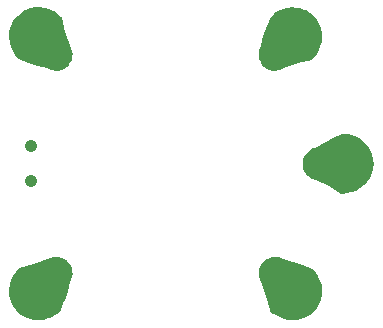
<source format=gbr>
G04 EAGLE Gerber RS-274X export*
G75*
%MOMM*%
%FSLAX34Y34*%
%LPD*%
%INSoldermask Bottom*%
%IPPOS*%
%AMOC8*
5,1,8,0,0,1.08239X$1,22.5*%
G01*
%ADD10C,4.013200*%
%ADD11C,1.053200*%

G36*
X288435Y45519D02*
X288435Y45519D01*
X288527Y45537D01*
X288593Y45539D01*
X292455Y46342D01*
X292543Y46374D01*
X292608Y46387D01*
X296298Y47784D01*
X296380Y47829D01*
X296442Y47852D01*
X299867Y49809D01*
X299941Y49866D01*
X299999Y49899D01*
X303076Y52368D01*
X303169Y52467D01*
X303228Y52518D01*
X305669Y55515D01*
X305718Y55595D01*
X305760Y55646D01*
X307703Y58988D01*
X307738Y59073D01*
X307758Y59104D01*
X307761Y59113D01*
X307772Y59132D01*
X309168Y62737D01*
X309190Y62828D01*
X309214Y62889D01*
X310029Y66668D01*
X310036Y66762D01*
X310051Y66826D01*
X310265Y70686D01*
X310257Y70779D01*
X310261Y70846D01*
X309869Y74691D01*
X309846Y74782D01*
X309840Y74848D01*
X308851Y78585D01*
X308815Y78671D01*
X308798Y78736D01*
X307237Y82272D01*
X307187Y82352D01*
X307161Y82412D01*
X305065Y85661D01*
X305004Y85732D01*
X304969Y85788D01*
X302391Y88669D01*
X302347Y88705D01*
X302310Y88749D01*
X302256Y88784D01*
X302238Y88800D01*
X302230Y88804D01*
X302174Y88852D01*
X302084Y88892D01*
X302026Y88928D01*
X294192Y92204D01*
X294151Y92215D01*
X294122Y92230D01*
X286067Y94920D01*
X286026Y94927D01*
X285995Y94941D01*
X277876Y97001D01*
X275897Y98017D01*
X275829Y98041D01*
X275778Y98067D01*
X275760Y98070D01*
X275728Y98085D01*
X273490Y98763D01*
X273381Y98780D01*
X273311Y98800D01*
X270987Y99067D01*
X270877Y99064D01*
X270805Y99072D01*
X268471Y98918D01*
X268363Y98896D01*
X268290Y98890D01*
X266022Y98321D01*
X265920Y98280D01*
X265849Y98261D01*
X263719Y97296D01*
X263626Y97237D01*
X263560Y97206D01*
X261637Y95874D01*
X261556Y95800D01*
X261497Y95757D01*
X259843Y94103D01*
X259777Y94016D01*
X259726Y93963D01*
X258394Y92040D01*
X258345Y91942D01*
X258304Y91881D01*
X257339Y89751D01*
X257308Y89645D01*
X257279Y89578D01*
X256710Y87310D01*
X256699Y87200D01*
X256682Y87129D01*
X256528Y84795D01*
X256537Y84686D01*
X256533Y84613D01*
X256800Y82289D01*
X256827Y82183D01*
X256837Y82110D01*
X257515Y79872D01*
X257561Y79772D01*
X257583Y79703D01*
X258620Y77682D01*
X262746Y66018D01*
X265920Y53989D01*
X265967Y53876D01*
X266011Y53761D01*
X266022Y53747D01*
X266030Y53727D01*
X266209Y53506D01*
X266215Y53502D01*
X266219Y53497D01*
X269139Y50844D01*
X269216Y50792D01*
X269265Y50747D01*
X272564Y48584D01*
X272649Y48544D01*
X272704Y48507D01*
X276301Y46886D01*
X276390Y46860D01*
X276451Y46833D01*
X280257Y45795D01*
X280349Y45783D01*
X280413Y45765D01*
X284335Y45335D01*
X284428Y45338D01*
X284494Y45330D01*
X288435Y45519D01*
G37*
G36*
X87129Y256682D02*
X87129Y256682D01*
X87237Y256704D01*
X87310Y256710D01*
X89578Y257279D01*
X89680Y257320D01*
X89751Y257339D01*
X91881Y258304D01*
X91974Y258363D01*
X92040Y258394D01*
X93963Y259726D01*
X94044Y259800D01*
X94103Y259843D01*
X95757Y261497D01*
X95823Y261584D01*
X95874Y261637D01*
X97206Y263560D01*
X97255Y263658D01*
X97296Y263719D01*
X98261Y265849D01*
X98292Y265955D01*
X98321Y266022D01*
X98890Y268290D01*
X98901Y268400D01*
X98918Y268471D01*
X99072Y270805D01*
X99063Y270914D01*
X99067Y270987D01*
X98800Y273311D01*
X98773Y273417D01*
X98763Y273490D01*
X98085Y275728D01*
X98039Y275828D01*
X98017Y275897D01*
X96980Y277918D01*
X92854Y289582D01*
X89680Y301611D01*
X89633Y301724D01*
X89589Y301839D01*
X89578Y301853D01*
X89570Y301873D01*
X89391Y302094D01*
X89385Y302098D01*
X89381Y302103D01*
X86461Y304756D01*
X86384Y304808D01*
X86335Y304853D01*
X83036Y307016D01*
X82951Y307056D01*
X82896Y307093D01*
X79299Y308714D01*
X79210Y308740D01*
X79149Y308767D01*
X75343Y309805D01*
X75251Y309817D01*
X75187Y309835D01*
X71265Y310265D01*
X71172Y310262D01*
X71106Y310270D01*
X67165Y310081D01*
X67073Y310063D01*
X67007Y310061D01*
X63145Y309258D01*
X63057Y309226D01*
X62992Y309213D01*
X59302Y307816D01*
X59220Y307771D01*
X59158Y307748D01*
X55733Y305791D01*
X55659Y305734D01*
X55601Y305701D01*
X52524Y303232D01*
X52431Y303133D01*
X52372Y303082D01*
X49931Y300085D01*
X49882Y300005D01*
X49840Y299954D01*
X47897Y296612D01*
X47884Y296580D01*
X47870Y296560D01*
X47857Y296517D01*
X47828Y296468D01*
X46432Y292863D01*
X46410Y292772D01*
X46386Y292711D01*
X45571Y288932D01*
X45564Y288838D01*
X45549Y288774D01*
X45335Y284914D01*
X45343Y284821D01*
X45339Y284754D01*
X45731Y280909D01*
X45754Y280818D01*
X45760Y280752D01*
X46749Y277015D01*
X46785Y276929D01*
X46802Y276864D01*
X48363Y273328D01*
X48413Y273248D01*
X48439Y273188D01*
X50535Y269939D01*
X50596Y269868D01*
X50631Y269812D01*
X53209Y266931D01*
X53253Y266895D01*
X53290Y266851D01*
X53349Y266813D01*
X53426Y266748D01*
X53516Y266708D01*
X53574Y266672D01*
X61408Y263396D01*
X61449Y263385D01*
X61478Y263370D01*
X69533Y260680D01*
X69574Y260673D01*
X69605Y260659D01*
X77724Y258599D01*
X79703Y257583D01*
X79806Y257547D01*
X79872Y257515D01*
X82110Y256837D01*
X82219Y256820D01*
X82289Y256800D01*
X84613Y256533D01*
X84723Y256536D01*
X84795Y256528D01*
X87129Y256682D01*
G37*
G36*
X270914Y256537D02*
X270914Y256537D01*
X270987Y256533D01*
X273311Y256800D01*
X273417Y256827D01*
X273490Y256837D01*
X275728Y257515D01*
X275828Y257561D01*
X275897Y257583D01*
X277918Y258620D01*
X289582Y262746D01*
X301611Y265920D01*
X301724Y265967D01*
X301839Y266011D01*
X301853Y266022D01*
X301873Y266030D01*
X302094Y266209D01*
X302098Y266215D01*
X302103Y266219D01*
X304756Y269139D01*
X304808Y269216D01*
X304853Y269265D01*
X307016Y272564D01*
X307056Y272649D01*
X307093Y272704D01*
X308714Y276301D01*
X308740Y276390D01*
X308767Y276451D01*
X309805Y280257D01*
X309817Y280349D01*
X309835Y280413D01*
X310265Y284335D01*
X310262Y284428D01*
X310270Y284494D01*
X310081Y288435D01*
X310063Y288527D01*
X310061Y288593D01*
X309258Y292455D01*
X309226Y292543D01*
X309213Y292608D01*
X307816Y296298D01*
X307771Y296380D01*
X307748Y296442D01*
X305791Y299867D01*
X305734Y299941D01*
X305701Y299999D01*
X303232Y303076D01*
X303133Y303169D01*
X303082Y303228D01*
X300085Y305669D01*
X300005Y305718D01*
X299954Y305760D01*
X296612Y307703D01*
X296525Y307738D01*
X296468Y307772D01*
X292863Y309168D01*
X292772Y309190D01*
X292711Y309214D01*
X288932Y310029D01*
X288838Y310036D01*
X288774Y310051D01*
X284914Y310265D01*
X284821Y310257D01*
X284754Y310261D01*
X280909Y309869D01*
X280818Y309846D01*
X280752Y309840D01*
X277015Y308851D01*
X276929Y308815D01*
X276864Y308798D01*
X273328Y307237D01*
X273248Y307187D01*
X273188Y307161D01*
X269939Y305065D01*
X269868Y305004D01*
X269812Y304969D01*
X266931Y302391D01*
X266895Y302347D01*
X266851Y302310D01*
X266813Y302251D01*
X266748Y302174D01*
X266708Y302084D01*
X266672Y302026D01*
X263396Y294192D01*
X263385Y294151D01*
X263370Y294122D01*
X260680Y286067D01*
X260673Y286026D01*
X260659Y285995D01*
X258599Y277876D01*
X257583Y275897D01*
X257547Y275794D01*
X257515Y275728D01*
X256837Y273490D01*
X256820Y273381D01*
X256800Y273311D01*
X256533Y270987D01*
X256536Y270877D01*
X256528Y270805D01*
X256682Y268471D01*
X256704Y268363D01*
X256710Y268290D01*
X257279Y266022D01*
X257320Y265920D01*
X257339Y265849D01*
X258304Y263719D01*
X258363Y263626D01*
X258394Y263560D01*
X259726Y261637D01*
X259800Y261556D01*
X259843Y261497D01*
X261497Y259843D01*
X261575Y259784D01*
X261604Y259757D01*
X261606Y259756D01*
X261637Y259726D01*
X263560Y258394D01*
X263658Y258345D01*
X263719Y258304D01*
X265849Y257339D01*
X265955Y257308D01*
X266022Y257279D01*
X268290Y256710D01*
X268400Y256699D01*
X268471Y256682D01*
X270805Y256528D01*
X270914Y256537D01*
G37*
G36*
X70779Y45343D02*
X70779Y45343D01*
X70846Y45339D01*
X74691Y45731D01*
X74782Y45754D01*
X74848Y45760D01*
X78585Y46749D01*
X78671Y46785D01*
X78736Y46802D01*
X82272Y48363D01*
X82352Y48413D01*
X82412Y48439D01*
X85661Y50535D01*
X85732Y50596D01*
X85788Y50631D01*
X88669Y53209D01*
X88705Y53253D01*
X88749Y53290D01*
X88787Y53349D01*
X88852Y53426D01*
X88892Y53516D01*
X88928Y53574D01*
X92204Y61408D01*
X92215Y61449D01*
X92230Y61478D01*
X94920Y69533D01*
X94927Y69574D01*
X94941Y69605D01*
X97001Y77724D01*
X98017Y79703D01*
X98053Y79806D01*
X98085Y79872D01*
X98763Y82110D01*
X98780Y82219D01*
X98800Y82289D01*
X99067Y84613D01*
X99064Y84723D01*
X99072Y84795D01*
X98918Y87129D01*
X98896Y87237D01*
X98890Y87310D01*
X98321Y89578D01*
X98280Y89680D01*
X98261Y89751D01*
X97296Y91881D01*
X97237Y91974D01*
X97206Y92040D01*
X95874Y93963D01*
X95800Y94044D01*
X95757Y94103D01*
X94103Y95757D01*
X94016Y95823D01*
X93963Y95874D01*
X92040Y97206D01*
X91942Y97255D01*
X91881Y97296D01*
X89751Y98261D01*
X89645Y98292D01*
X89578Y98321D01*
X87310Y98890D01*
X87200Y98901D01*
X87129Y98918D01*
X84795Y99072D01*
X84686Y99063D01*
X84613Y99067D01*
X82289Y98800D01*
X82183Y98773D01*
X82110Y98763D01*
X79872Y98085D01*
X79772Y98039D01*
X79703Y98017D01*
X77682Y96980D01*
X66018Y92854D01*
X53989Y89680D01*
X53876Y89633D01*
X53761Y89589D01*
X53747Y89578D01*
X53727Y89570D01*
X53506Y89391D01*
X53502Y89385D01*
X53497Y89381D01*
X50844Y86461D01*
X50792Y86384D01*
X50747Y86335D01*
X48584Y83036D01*
X48544Y82951D01*
X48507Y82896D01*
X46886Y79299D01*
X46860Y79210D01*
X46833Y79149D01*
X45795Y75343D01*
X45783Y75251D01*
X45765Y75187D01*
X45335Y71265D01*
X45338Y71172D01*
X45330Y71106D01*
X45519Y67165D01*
X45537Y67073D01*
X45539Y67007D01*
X46342Y63145D01*
X46374Y63057D01*
X46387Y62992D01*
X47784Y59302D01*
X47829Y59220D01*
X47852Y59158D01*
X49809Y55733D01*
X49866Y55659D01*
X49899Y55601D01*
X52368Y52524D01*
X52467Y52431D01*
X52518Y52372D01*
X55515Y49931D01*
X55595Y49882D01*
X55646Y49840D01*
X58988Y47897D01*
X59075Y47862D01*
X59132Y47828D01*
X62737Y46432D01*
X62825Y46411D01*
X62838Y46404D01*
X62846Y46403D01*
X62889Y46386D01*
X66668Y45571D01*
X66762Y45564D01*
X66826Y45549D01*
X70686Y45335D01*
X70779Y45343D01*
G37*
G36*
X327202Y152427D02*
X327202Y152427D01*
X327209Y152426D01*
X331149Y152615D01*
X331241Y152633D01*
X331307Y152635D01*
X335170Y153439D01*
X335258Y153470D01*
X335323Y153483D01*
X339012Y154881D01*
X339094Y154926D01*
X339156Y154949D01*
X342581Y156906D01*
X342655Y156963D01*
X342713Y156996D01*
X345790Y159465D01*
X345854Y159533D01*
X345906Y159574D01*
X348559Y162494D01*
X348611Y162571D01*
X348656Y162620D01*
X350820Y165919D01*
X350860Y166003D01*
X350897Y166058D01*
X352517Y169655D01*
X352543Y169745D01*
X352571Y169805D01*
X353609Y173611D01*
X353621Y173704D01*
X353639Y173768D01*
X354069Y177689D01*
X354065Y177816D01*
X354066Y177837D01*
X354070Y177903D01*
X353677Y181749D01*
X353655Y181840D01*
X353649Y181906D01*
X352660Y185643D01*
X352623Y185729D01*
X352607Y185793D01*
X351045Y189330D01*
X350996Y189409D01*
X350970Y189470D01*
X348874Y192718D01*
X348813Y192789D01*
X348777Y192845D01*
X346199Y195726D01*
X346128Y195786D01*
X346084Y195836D01*
X343087Y198278D01*
X343007Y198326D01*
X342956Y198369D01*
X339614Y200312D01*
X339527Y200347D01*
X339470Y200381D01*
X335866Y201777D01*
X335775Y201798D01*
X335713Y201823D01*
X331934Y202638D01*
X331841Y202645D01*
X331776Y202659D01*
X327916Y202874D01*
X327859Y202869D01*
X327802Y202874D01*
X327734Y202858D01*
X327633Y202850D01*
X327541Y202814D01*
X327475Y202799D01*
X319619Y199576D01*
X319582Y199555D01*
X319550Y199545D01*
X311953Y195751D01*
X311919Y195728D01*
X311888Y195716D01*
X304690Y191431D01*
X302572Y190750D01*
X302474Y190702D01*
X302404Y190679D01*
X300342Y189576D01*
X300253Y189511D01*
X300189Y189475D01*
X298357Y188021D01*
X298282Y187941D01*
X298225Y187895D01*
X296683Y186136D01*
X296623Y186044D01*
X296576Y185989D01*
X295374Y183982D01*
X295331Y183881D01*
X295294Y183818D01*
X294471Y181628D01*
X294447Y181521D01*
X294422Y181453D01*
X294003Y179151D01*
X293999Y179042D01*
X293987Y178970D01*
X293987Y176630D01*
X294002Y176522D01*
X294003Y176449D01*
X294422Y174147D01*
X294457Y174043D01*
X294471Y173972D01*
X295294Y171782D01*
X295347Y171686D01*
X295374Y171618D01*
X296576Y169611D01*
X296645Y169526D01*
X296683Y169464D01*
X298225Y167705D01*
X298309Y167633D01*
X298357Y167579D01*
X300189Y166125D01*
X300284Y166069D01*
X300342Y166024D01*
X302404Y164921D01*
X302508Y164883D01*
X302572Y164850D01*
X304734Y164154D01*
X315899Y158824D01*
X326649Y152563D01*
X326763Y152516D01*
X326875Y152465D01*
X326893Y152463D01*
X326912Y152455D01*
X327195Y152425D01*
X327202Y152427D01*
G37*
D10*
X327660Y177800D03*
X71120Y71120D03*
X284480Y284480D03*
X71120Y284480D03*
D11*
X63500Y192800D03*
X63500Y162800D03*
D10*
X284480Y71120D03*
M02*

</source>
